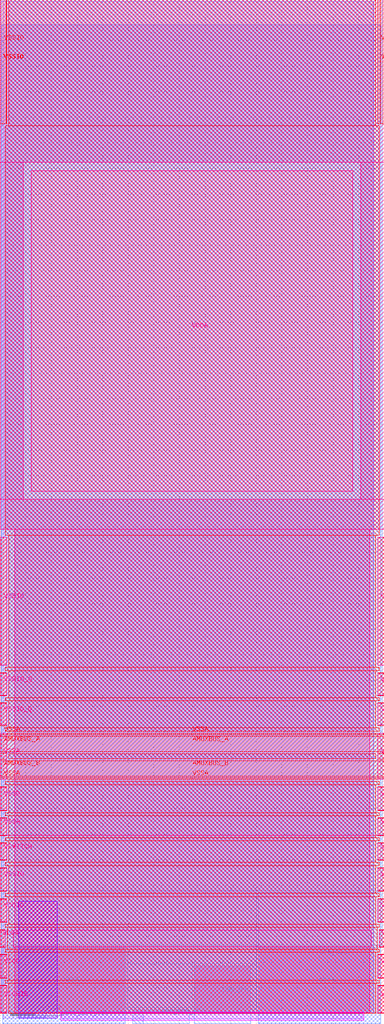
<source format=lef>
VERSION 5.7 ;
  NOWIREEXTENSIONATPIN ON ;
  DIVIDERCHAR "/" ;
  BUSBITCHARS "[]" ;
MACRO sky130_ef_io__vdda_hvc_pad
  CLASS PAD POWER ;
  FOREIGN sky130_ef_io__vdda_hvc_pad ;
  ORIGIN 0.000 0.000 ;
  SIZE 75.000 BY 197.965 ;
  PIN AMUXBUS_A
    DIRECTION INOUT ;
    USE SIGNAL ;
    PORT
      LAYER met4 ;
        RECT 0.000 51.090 75.000 54.070 ;
    END
    PORT
      LAYER met4 ;
        RECT 0.000 51.090 1.270 54.070 ;
    END
  END AMUXBUS_A
  PIN AMUXBUS_B
    DIRECTION INOUT ;
    USE SIGNAL ;
    PORT
      LAYER met4 ;
        RECT 0.000 46.330 75.000 49.310 ;
    END
    PORT
      LAYER met4 ;
        RECT 0.000 46.330 1.270 49.310 ;
    END
  END AMUXBUS_B
  PIN DRN_HVC
    DIRECTION INOUT ;
    USE POWER ;
    PORT
      LAYER met2 ;
        RECT 50.390 -2.035 74.290 23.625 ;
    END
    PORT
      LAYER met3 ;
        RECT 37.890 -2.035 48.890 9.295 ;
    END
  END DRN_HVC
  PIN SRC_BDY_HVC
    DIRECTION INOUT ;
    USE GROUND ;
    PORT
      LAYER met2 ;
        RECT 0.495 -2.035 24.395 0.020 ;
    END
    PORT
      LAYER met3 ;
        RECT 25.895 -2.035 36.895 0.690 ;
    END
  END SRC_BDY_HVC
  PIN VSSA
    DIRECTION INOUT ;
    USE GROUND ;
    PORT
      LAYER met5 ;
        RECT 73.730 45.700 75.000 54.700 ;
    END
    PORT
      LAYER met5 ;
        RECT 73.730 34.805 75.000 38.050 ;
    END
    PORT
      LAYER met5 ;
        RECT 0.000 45.700 1.270 54.700 ;
    END
    PORT
      LAYER met5 ;
        RECT 0.000 34.805 1.270 38.050 ;
    END
    PORT
      LAYER met4 ;
        RECT 73.730 49.610 75.000 50.790 ;
    END
    PORT
      LAYER met4 ;
        RECT 0.000 54.370 75.000 54.700 ;
    END
    PORT
      LAYER met4 ;
        RECT 0.000 45.700 75.000 46.030 ;
    END
    PORT
      LAYER met4 ;
        RECT 73.730 34.700 75.000 38.150 ;
    END
    PORT
      LAYER met4 ;
        RECT 0.000 45.700 1.270 46.030 ;
    END
    PORT
      LAYER met4 ;
        RECT 0.000 49.610 1.270 50.790 ;
    END
    PORT
      LAYER met4 ;
        RECT 0.000 54.370 1.270 54.700 ;
    END
    PORT
      LAYER met4 ;
        RECT 0.000 34.700 1.270 38.150 ;
    END
  END VSSA
  PIN VDDA
    DIRECTION INOUT ;
    USE POWER ;
    PORT
      LAYER met5 ;
        RECT 6.100 101.975 68.800 164.590 ;
    END
    PORT
      LAYER met3 ;
        RECT 50.390 -2.035 74.290 12.925 ;
    END
    PORT
      LAYER met3 ;
        RECT 0.495 -2.035 24.395 12.925 ;
    END
    PORT
      LAYER met5 ;
        RECT 74.035 13.000 75.000 16.250 ;
    END
    PORT
      LAYER met5 ;
        RECT 0.000 13.000 0.965 16.250 ;
    END
    PORT
      LAYER met4 ;
        RECT 74.035 12.900 75.000 16.350 ;
    END
    PORT
      LAYER met4 ;
        RECT 0.000 12.900 0.965 16.350 ;
    END
  END VDDA
  PIN VSWITCH
    DIRECTION INOUT ;
    USE POWER ;
    PORT
      LAYER met5 ;
        RECT 73.730 29.950 75.000 33.200 ;
    END
    PORT
      LAYER met5 ;
        RECT 0.000 29.950 1.270 33.200 ;
    END
    PORT
      LAYER met4 ;
        RECT 73.730 29.850 75.000 33.300 ;
    END
    PORT
      LAYER met4 ;
        RECT 0.000 29.850 1.270 33.300 ;
    END
  END VSWITCH
  PIN VDDIO_Q
    DIRECTION INOUT ;
    USE POWER ;
    PORT
      LAYER met5 ;
        RECT 73.730 62.150 75.000 66.400 ;
    END
    PORT
      LAYER met5 ;
        RECT 0.000 62.150 1.270 66.400 ;
    END
    PORT
      LAYER met4 ;
        RECT 73.730 62.050 75.000 66.500 ;
    END
    PORT
      LAYER met4 ;
        RECT 0.000 62.050 1.270 66.500 ;
    END
  END VDDIO_Q
  PIN VCCHIB
    DIRECTION INOUT ;
    USE POWER ;
    PORT
      LAYER met5 ;
        RECT 73.730 0.100 75.000 5.350 ;
    END
    PORT
      LAYER met5 ;
        RECT 0.000 0.100 1.270 5.350 ;
    END
    PORT
      LAYER met4 ;
        RECT 73.730 0.000 75.000 5.450 ;
    END
    PORT
      LAYER met4 ;
        RECT 0.000 0.000 1.270 5.450 ;
    END
  END VCCHIB
  PIN VDDIO
    DIRECTION INOUT ;
    USE POWER ;
    PORT
      LAYER met5 ;
        RECT 73.730 68.000 75.000 92.950 ;
    END
    PORT
      LAYER met5 ;
        RECT 73.730 17.850 75.000 22.300 ;
    END
    PORT
      LAYER met5 ;
        RECT 0.000 68.000 1.270 92.950 ;
    END
    PORT
      LAYER met5 ;
        RECT 0.000 17.850 1.270 22.300 ;
    END
    PORT
      LAYER met4 ;
        RECT 73.730 17.750 75.000 22.400 ;
    END
    PORT
      LAYER met4 ;
        RECT 73.730 68.000 75.000 92.965 ;
    END
    PORT
      LAYER met4 ;
        RECT 0.000 17.750 1.270 22.400 ;
    END
    PORT
      LAYER met4 ;
        RECT 0.000 68.000 1.270 92.965 ;
    END
  END VDDIO
  PIN VCCD
    DIRECTION INOUT ;
    USE POWER ;
    PORT
      LAYER met5 ;
        RECT 73.730 6.950 75.000 11.400 ;
    END
    PORT
      LAYER met5 ;
        RECT 0.000 6.950 1.270 11.400 ;
    END
    PORT
      LAYER met4 ;
        RECT 73.730 6.850 75.000 11.500 ;
    END
    PORT
      LAYER met4 ;
        RECT 0.000 6.850 1.270 11.500 ;
    END
  END VCCD
  PIN VSSIO
    DIRECTION INOUT ;
    USE GROUND ;
    PORT
      LAYER met4 ;
        RECT 74.225 173.750 75.000 197.965 ;
    END
    PORT
      LAYER met4 ;
        RECT 0.000 173.750 1.205 197.965 ;
    END
    PORT
      LAYER met4 ;
        RECT 0.630 189.565 0.640 189.575 ;
    END
    PORT
      LAYER met4 ;
        RECT 74.360 189.565 74.370 189.575 ;
    END
    PORT
      LAYER met5 ;
        RECT 73.730 23.900 75.000 28.350 ;
    END
    PORT
      LAYER met5 ;
        RECT 0.000 23.900 1.270 28.350 ;
    END
    PORT
      LAYER met4 ;
        RECT 73.730 23.800 75.000 28.450 ;
    END
    PORT
      LAYER met4 ;
        RECT 73.730 173.750 75.000 197.965 ;
    END
    PORT
      LAYER met4 ;
        RECT 0.000 173.750 1.270 197.965 ;
    END
    PORT
      LAYER met4 ;
        RECT 0.000 23.800 1.270 28.450 ;
    END
  END VSSIO
  PIN VSSD
    DIRECTION INOUT ;
    USE GROUND ;
    PORT
      LAYER met5 ;
        RECT 73.730 39.650 75.000 44.100 ;
    END
    PORT
      LAYER met5 ;
        RECT 0.000 39.650 1.270 44.100 ;
    END
    PORT
      LAYER met4 ;
        RECT 73.730 39.550 75.000 44.200 ;
    END
    PORT
      LAYER met4 ;
        RECT 0.000 39.550 1.270 44.200 ;
    END
  END VSSD
  PIN VSSIO_Q
    DIRECTION INOUT ;
    USE GROUND ;
    PORT
      LAYER met5 ;
        RECT 73.730 56.300 75.000 60.550 ;
    END
    PORT
      LAYER met5 ;
        RECT 0.000 56.300 1.270 60.550 ;
    END
    PORT
      LAYER met4 ;
        RECT 73.730 56.200 75.000 60.650 ;
    END
    PORT
      LAYER met4 ;
        RECT 0.000 56.200 1.270 60.650 ;
    END
  END VSSIO_Q
  OBS
      LAYER pwell ;
        RECT 3.625 -0.970 11.155 21.885 ;
      LAYER nwell ;
        RECT 11.860 -1.350 70.965 0.170 ;
      LAYER li1 ;
        RECT 0.610 0.000 72.855 197.660 ;
        RECT 0.610 -0.970 11.155 0.000 ;
        RECT 12.035 -0.115 13.045 0.000 ;
        RECT 69.730 -0.115 70.680 0.000 ;
        RECT 12.035 -1.065 70.680 -0.115 ;
      LAYER met1 ;
        RECT 0.185 0.000 72.915 197.690 ;
        RECT 3.625 -0.905 8.855 0.000 ;
        RECT 12.035 -0.115 13.350 0.000 ;
        POLYGON 13.350 0.000 13.465 -0.115 13.350 -0.115 ;
        POLYGON 69.540 0.000 69.540 -0.115 69.425 -0.115 ;
        RECT 69.540 -0.115 70.680 0.000 ;
        RECT 12.035 -1.065 70.680 -0.115 ;
      LAYER met2 ;
        RECT 0.265 23.905 74.290 193.040 ;
        RECT 0.265 0.300 50.110 23.905 ;
        RECT 24.675 0.000 50.110 0.300 ;
        RECT 25.895 -2.035 27.895 -0.115 ;
      LAYER met3 ;
        RECT 0.240 13.325 74.655 197.965 ;
        RECT 24.795 9.695 49.990 13.325 ;
        RECT 24.795 1.090 37.490 9.695 ;
        RECT 24.795 0.690 25.495 1.090 ;
        RECT 37.295 0.690 37.490 1.090 ;
        RECT 49.290 0.690 49.990 9.695 ;
      LAYER met4 ;
        RECT 1.670 173.350 73.330 197.965 ;
        RECT 0.965 93.365 74.035 173.350 ;
        RECT 1.670 67.600 73.330 93.365 ;
        RECT 0.965 66.900 74.035 67.600 ;
        RECT 1.670 61.650 73.330 66.900 ;
        RECT 0.965 61.050 74.035 61.650 ;
        RECT 1.670 55.800 73.330 61.050 ;
        RECT 0.965 55.100 74.035 55.800 ;
        RECT 1.670 49.710 73.330 50.690 ;
        RECT 0.965 44.600 74.035 45.300 ;
        RECT 1.670 39.150 73.330 44.600 ;
        RECT 0.965 38.550 74.035 39.150 ;
        RECT 1.670 34.300 73.330 38.550 ;
        RECT 0.965 33.700 74.035 34.300 ;
        RECT 1.670 29.450 73.330 33.700 ;
        RECT 0.965 28.850 74.035 29.450 ;
        RECT 1.670 23.400 73.330 28.850 ;
        RECT 0.965 22.800 74.035 23.400 ;
        RECT 1.670 17.350 73.330 22.800 ;
        RECT 0.965 16.750 74.035 17.350 ;
        RECT 1.365 12.500 73.635 16.750 ;
        RECT 0.965 11.900 74.035 12.500 ;
        RECT 1.670 6.450 73.330 11.900 ;
        RECT 0.965 5.850 74.035 6.450 ;
        RECT 1.670 0.000 73.330 5.850 ;
      LAYER met5 ;
        RECT 0.000 166.190 75.000 197.965 ;
        RECT 0.000 100.375 4.500 166.190 ;
        RECT 70.400 100.375 75.000 166.190 ;
        RECT 0.000 94.550 75.000 100.375 ;
        RECT 2.870 34.805 72.130 94.550 ;
        RECT 0.000 34.800 75.000 34.805 ;
        RECT 2.870 16.250 72.130 34.800 ;
        RECT 2.565 13.000 72.435 16.250 ;
        RECT 2.870 0.100 72.130 13.000 ;
  END
END sky130_ef_io__vdda_hvc_pad
END LIBRARY


</source>
